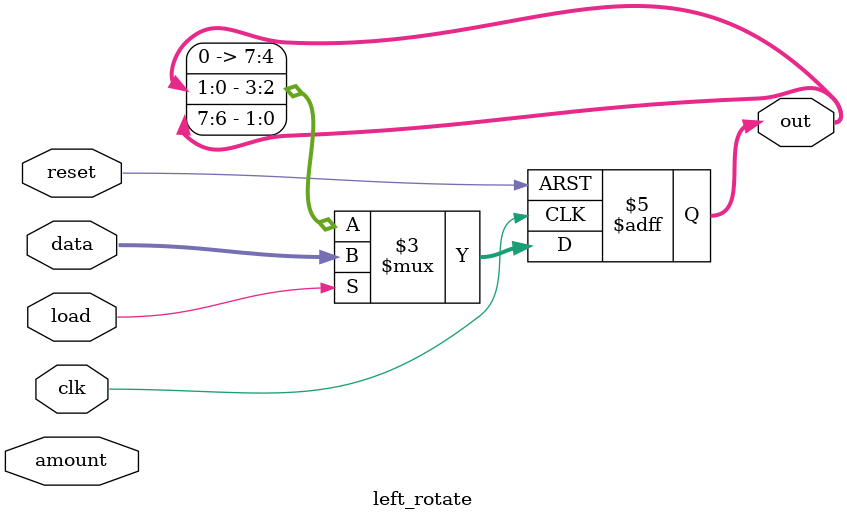
<source format=v>
module left_rotate(clk,reset,amount,data,load,out);
input clk,reset;
input [2:0] amount;
input [7:0] data;
input load;
output reg [7:0] out;
// when load is high, load data to out
// otherwise rotate the out register followed by left shift the out register by amount bits
always @(posedge clk or posedge reset)
	begin
	if(reset)
	//reset
	out <= 'b0;
	else
	begin
	if(load)
	//load
	out <= data;
	else
	begin
	out <= {out[6:0],out[7]};
	out <= {out[5:0],out[7:6]};
	out <= {out[4:0],out[7:6]};
	out <= {out[3:0],out[7:6]};
	out <= {out[2:0],out[7:6]};
	out <= {out[1:0],out[7:6]};
	end
	end
	end
endmodule

</source>
